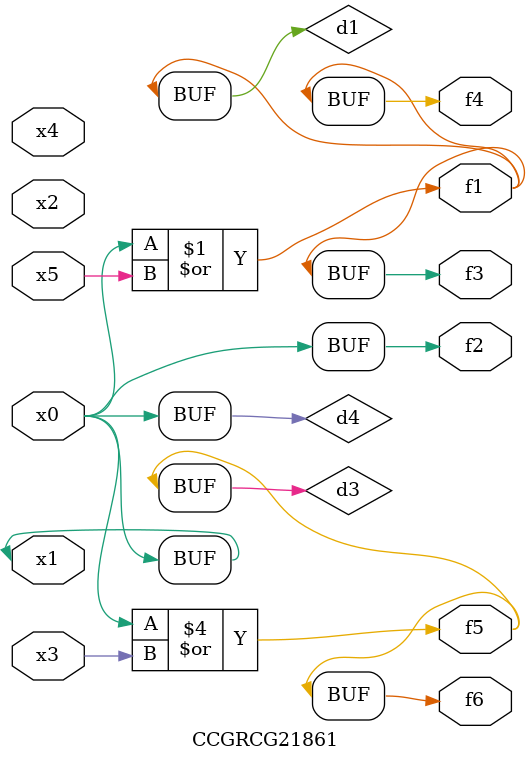
<source format=v>
module CCGRCG21861(
	input x0, x1, x2, x3, x4, x5,
	output f1, f2, f3, f4, f5, f6
);

	wire d1, d2, d3, d4;

	or (d1, x0, x5);
	xnor (d2, x1, x4);
	or (d3, x0, x3);
	buf (d4, x0, x1);
	assign f1 = d1;
	assign f2 = d4;
	assign f3 = d1;
	assign f4 = d1;
	assign f5 = d3;
	assign f6 = d3;
endmodule

</source>
